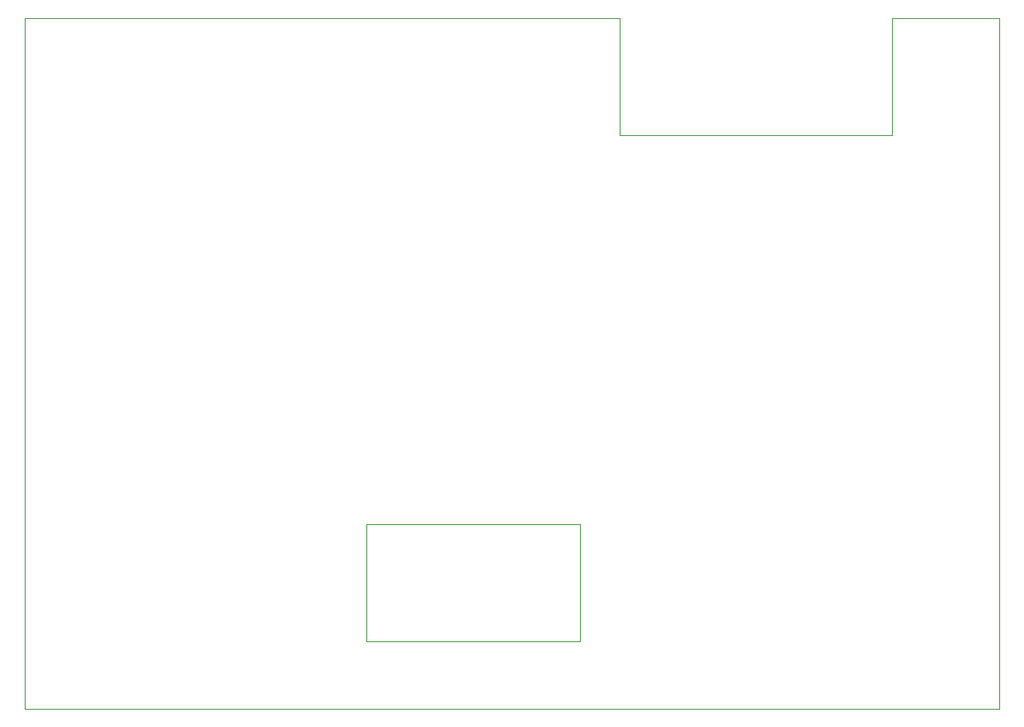
<source format=gm1>
G04 #@! TF.FileFunction,Profile,NP*
%FSLAX46Y46*%
G04 Gerber Fmt 4.6, Leading zero omitted, Abs format (unit mm)*
G04 Created by KiCad (PCBNEW 4.0.7-e2-6376~58~ubuntu14.04.1) date Sat Jan 12 07:03:05 2019*
%MOMM*%
%LPD*%
G01*
G04 APERTURE LIST*
%ADD10C,0.100000*%
G04 APERTURE END LIST*
D10*
X90000000Y-143000000D02*
X90000000Y-131000000D01*
X112000000Y-143000000D02*
X90000000Y-143000000D01*
X112000000Y-131000000D02*
X112000000Y-143000000D01*
X90000000Y-131000000D02*
X112000000Y-131000000D01*
X144000000Y-91000000D02*
X144000000Y-79000000D01*
X116000000Y-91000000D02*
X144000000Y-91000000D01*
X116000000Y-79000000D02*
X116000000Y-91000000D01*
X55000000Y-79000000D02*
X116000000Y-79000000D01*
X55000000Y-150000000D02*
X55000000Y-79000000D01*
X155000000Y-150000000D02*
X55000000Y-150000000D01*
X155000000Y-79000000D02*
X155000000Y-150000000D01*
X144000000Y-79000000D02*
X155000000Y-79000000D01*
M02*

</source>
